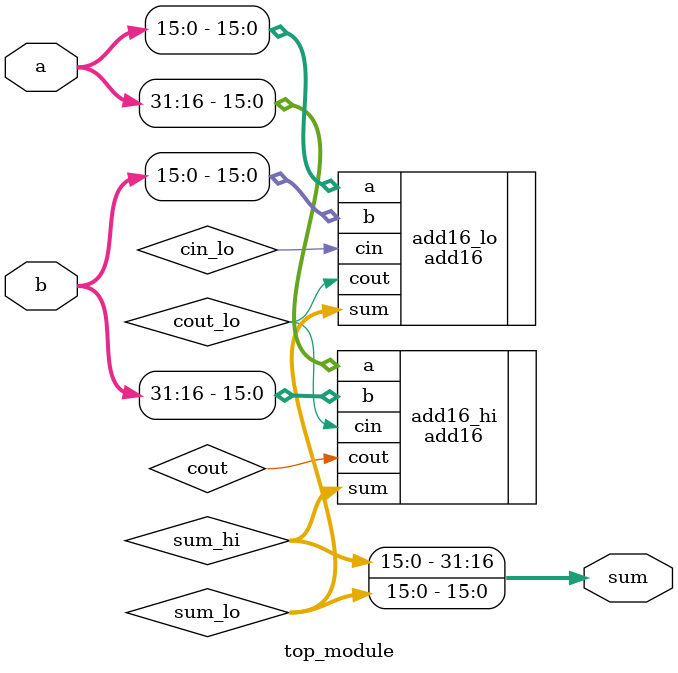
<source format=v>
module top_module(
    input [31:0] a,
    input [31:0] b,
    output [31:0] sum
);
    wire cout_lo;
    wire [15:0] sum_lo;
    wire [15:0] sum_hi;
    wire cout;
    wire cin_lo;
    
    add16 add16_lo(
        .a({a[15:0]}),
        .b({b[15:0]}),
        .cin(cin_lo),
        .sum(sum_lo),
        .cout(cout_lo)
    );
    add16 add16_hi(
        .a({a[31:16]}),
        .b({b[31:16]}),
        .cin(cout_lo),
        .sum(sum_hi),
        .cout(cout)
    );
    assign sum = {sum_hi, sum_lo};

endmodule

</source>
